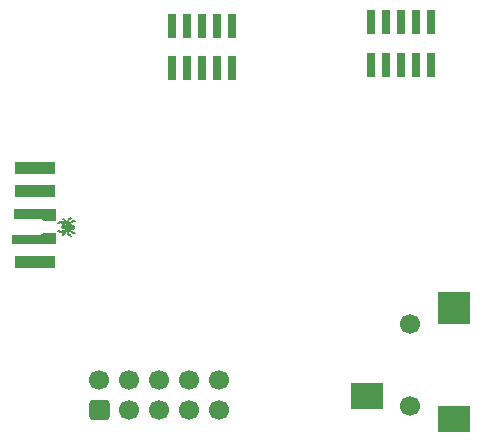
<source format=gts>
%TF.GenerationSoftware,KiCad,Pcbnew,5.1.8*%
%TF.CreationDate,2020-12-16T14:38:17-06:00*%
%TF.ProjectId,ePenguin-Debug,6550656e-6775-4696-9e2d-44656275672e,rev?*%
%TF.SameCoordinates,Original*%
%TF.FileFunction,Soldermask,Top*%
%TF.FilePolarity,Negative*%
%FSLAX46Y46*%
G04 Gerber Fmt 4.6, Leading zero omitted, Abs format (unit mm)*
G04 Created by KiCad (PCBNEW 5.1.8) date 2020-12-16 14:38:17*
%MOMM*%
%LPD*%
G01*
G04 APERTURE LIST*
%ADD10C,0.001000*%
%ADD11C,0.150000*%
%ADD12C,0.460000*%
%ADD13C,0.320000*%
%ADD14C,0.300000*%
%ADD15C,1.700000*%
%ADD16R,2.800000X2.800000*%
%ADD17R,2.800000X2.200000*%
%ADD18R,0.760000X2.050000*%
%ADD19R,0.750000X2.100000*%
%ADD20R,3.500000X1.000000*%
%ADD21C,0.100000*%
G04 APERTURE END LIST*
D10*
%TO.C,J1*%
G36*
X105560000Y-68670000D02*
G01*
X105680000Y-68730000D01*
X105820000Y-68730000D01*
X105760000Y-68600000D01*
X105610000Y-68530000D01*
X105640000Y-68620000D01*
X105560000Y-68670000D01*
G37*
X105560000Y-68670000D02*
X105680000Y-68730000D01*
X105820000Y-68730000D01*
X105760000Y-68600000D01*
X105610000Y-68530000D01*
X105640000Y-68620000D01*
X105560000Y-68670000D01*
D11*
X105540000Y-68580000D02*
X105670000Y-68640000D01*
X105330000Y-68650000D02*
X105530000Y-68580000D01*
D12*
X106460000Y-69010000D02*
X106390000Y-69010000D01*
D13*
X106510000Y-69010000D02*
X105740000Y-69010000D01*
D14*
X106400000Y-69090000D02*
X105740000Y-69020000D01*
D11*
X106190000Y-69260000D02*
X106520000Y-69540000D01*
X106710000Y-69540000D02*
X106520000Y-69540000D01*
X106150000Y-69210000D02*
X106150000Y-69580000D01*
X106360000Y-69750000D02*
X106150000Y-69580000D01*
X105990000Y-69390000D02*
X106040000Y-69130000D01*
X105990000Y-69390000D02*
X105920000Y-69550000D01*
X105720000Y-69670000D02*
X105910000Y-69560000D01*
D10*
G36*
X105560000Y-69350000D02*
G01*
X105680000Y-69290000D01*
X105820000Y-69290000D01*
X105760000Y-69420000D01*
X105610000Y-69490000D01*
X105640000Y-69400000D01*
X105560000Y-69350000D01*
G37*
X105560000Y-69350000D02*
X105680000Y-69290000D01*
X105820000Y-69290000D01*
X105760000Y-69420000D01*
X105610000Y-69490000D01*
X105640000Y-69400000D01*
X105560000Y-69350000D01*
D11*
X105540000Y-69440000D02*
X105670000Y-69380000D01*
X105330000Y-69370000D02*
X105530000Y-69440000D01*
D14*
X106400000Y-68930000D02*
X105740000Y-69000000D01*
D11*
X106190000Y-68760000D02*
X106520000Y-68480000D01*
X106710000Y-68480000D02*
X106520000Y-68480000D01*
X106150000Y-68810000D02*
X106150000Y-68440000D01*
X106360000Y-68270000D02*
X106150000Y-68440000D01*
X105990000Y-68630000D02*
X106040000Y-68890000D01*
X105990000Y-68630000D02*
X105920000Y-68470000D01*
X105720000Y-68350000D02*
X105910000Y-68460000D01*
%TD*%
D15*
%TO.C,CON1*%
X135128000Y-77212000D03*
X135128000Y-84212000D03*
D16*
X138828000Y-75912000D03*
D17*
X138828000Y-85312000D03*
X131428000Y-83312000D03*
%TD*%
D15*
%TO.C,J3*%
X118960000Y-81960000D03*
X116420000Y-81960000D03*
X113880000Y-81960000D03*
X111340000Y-81960000D03*
X108800000Y-81960000D03*
X118960000Y-84500000D03*
X116420000Y-84500000D03*
X113880000Y-84500000D03*
X111340000Y-84500000D03*
G36*
G01*
X109400000Y-85350000D02*
X108200000Y-85350000D01*
G75*
G02*
X107950000Y-85100000I0J250000D01*
G01*
X107950000Y-83900000D01*
G75*
G02*
X108200000Y-83650000I250000J0D01*
G01*
X109400000Y-83650000D01*
G75*
G02*
X109650000Y-83900000I0J-250000D01*
G01*
X109650000Y-85100000D01*
G75*
G02*
X109400000Y-85350000I-250000J0D01*
G01*
G37*
%TD*%
D18*
%TO.C,J4*%
X120040000Y-52020000D03*
X120040000Y-55580000D03*
X118770000Y-52020000D03*
X118770000Y-55580000D03*
X117500000Y-52020000D03*
X117500000Y-55580000D03*
X116230000Y-52020000D03*
X116230000Y-55580000D03*
X114960000Y-52020000D03*
X114960000Y-55580000D03*
%TD*%
D19*
%TO.C,J2*%
X131760000Y-51700000D03*
X131760000Y-55300000D03*
X133030000Y-51700000D03*
X133030000Y-55300000D03*
X134300000Y-51700000D03*
X134300000Y-55300000D03*
X135570000Y-51700000D03*
X135570000Y-55300000D03*
X136840000Y-51700000D03*
X136840000Y-55300000D03*
%TD*%
D20*
%TO.C,J1*%
X103350000Y-72000000D03*
X103350000Y-64000000D03*
X103350000Y-66000000D03*
D21*
G36*
X105100000Y-67500000D02*
G01*
X105100000Y-68500000D01*
X104090000Y-68500000D01*
X104070000Y-68480000D01*
X104020000Y-68440000D01*
X103960000Y-68400000D01*
X103910000Y-68370000D01*
X103860000Y-68350000D01*
X103800000Y-68330000D01*
X103720000Y-68310000D01*
X103610000Y-68300000D01*
X101600000Y-68300000D01*
X101600000Y-67500000D01*
X105100000Y-67500000D01*
G37*
G36*
X103610000Y-69700000D02*
G01*
X103720000Y-69690000D01*
X103800000Y-69670000D01*
X103860000Y-69650000D01*
X103910000Y-69630000D01*
X103960000Y-69600000D01*
X104020000Y-69560000D01*
X104070000Y-69520000D01*
X104090000Y-69500000D01*
X105100000Y-69500000D01*
X105100000Y-70500000D01*
X101400000Y-70500000D01*
X101400000Y-69700000D01*
X103610000Y-69700000D01*
G37*
%TD*%
M02*

</source>
